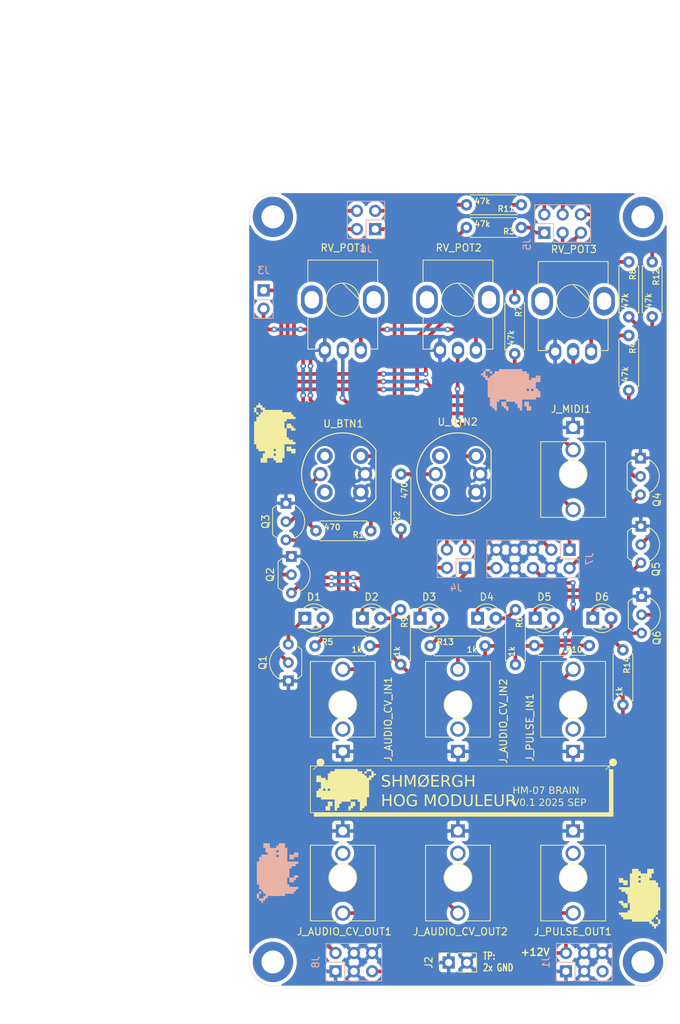
<source format=kicad_pcb>
(kicad_pcb (version 20241229) (generator "pcbnew") (generator_version "9.0")
  (layers (0 "F.Cu" signal) (2 "B.Cu" signal) (13 "F.Paste" user) (15 "B.Paste" user) (5 "F.SilkS" user "F.Silkscreen") (7 "B.SilkS" user "B.Silkscreen") (1 "F.Mask" user) (3 "B.Mask" user) (25 "Edge.Cuts" user))
  (net 0 "")
  (net 1 "Net-(D1-A)")
  (net 2 "+12V")
  (net 3 "GND")
  (net 4 "-12V")
  (net 5 "Net-(D1-K)")
  (net 6 "Net-(D2-K)")
  (net 7 "Net-(D2-A)")
  (net 8 "Net-(D3-K)")
  (net 9 "Net-(D3-A)")
  (net 10 "Net-(D4-A)")
  (net 11 "Net-(D4-K)")
  (net 12 "Net-(D5-A)")
  (net 13 "Net-(D5-K)")
  (net 14 "Net-(D6-K)")
  (net 15 "Net-(D6-A)")
  (net 16 "+3.3V")
  (net 17 "BTN_1")
  (net 18 "BTN_LED_2")
  (net 19 "BTN_2")
  (net 20 "BTN_LED_1")
  (net 21 "LED_3")
  (net 22 "LED_2")
  (net 23 "LED_5")
  (net 24 "LED_4")
  (net 25 "LED_1")
  (net 26 "LED_6")
  (net 27 "MIDI_5T")
  (net 28 "PULSE_IN")
  (net 29 "PULSE_OUT")
  (net 30 "MIDI_4R")
  (net 31 "AUDIO_CV_IN_1")
  (net 32 "AUDIO_CV_IN_2")
  (net 33 "POT_1")
  (net 34 "POT_2")
  (net 35 "POT_3")
  (net 36 "AUDIO_CV_OUT_2")
  (net 37 "AUDIO_CV_OUT_1")
  (net 44 "Net-(Q1-B)")
  (net 45 "Net-(Q2-B)")
  (net 46 "Net-(Q3-B)")
  (net 47 "Net-(Q4-B)")
  (net 48 "Net-(Q5-B)")
  (net 49 "Net-(Q6-B)")
  (net 50 "Net-(R1-Pad2)")
  (net 51 "Net-(R2-Pad2)")
  (footprint "Shmoergh_Custom_Footprints:R_Axial_DIN0207_L6.3mm_D2.5mm_P7.62mm_Horizontal" (layer "F.Cu") (at 176.7304 53.5504 -90)
    (property "Reference" "R8")
    (property "Value" "47k")
  )
  (footprint "Shmoergh_Custom_Footprints:R_Axial_DIN0207_L6.3mm_D2.5mm_P7.62mm_Horizontal" (layer "F.Cu") (at 161.7952 48.7752 180)
    (property "Reference" "R3")
    (property "Value" "47k")
  )
  (footprint "Shmoergh_Custom_Footprints:Potentiometer_Bourns_Single-PTV09A" (layer "F.Cu") (at 169 59)
    (property "Reference" "RV_POT3")
    (property "Value" "100k")
  )
  (footprint "Shmoergh_Custom_Footprints:R_Axial_DIN0207_L6.3mm_D2.5mm_P7.62mm_Horizontal" (layer "F.Cu") (at 160.9824 101.8104 -90)
    (property "Reference" "R6")
    (property "Value" "1k")
  )
  (footprint "Package_TO_SOT_THT:TO-92_Inline_Wide" (layer "F.Cu") (at 129.44 111.691 90)
    (property "Reference" "Q1")
    (property "Value" "2N3904")
  )
  (footprint "Shmoergh_Custom_Footprints:R_Axial_DIN0207_L6.3mm_D2.5mm_P7.62mm_Horizontal" (layer "F.Cu") (at 171.244 106.7888 180)
    (property "Reference" "R10")
    (property "Value" "1k" (hide yes))
  )
  (footprint "Shmoergh_Custom_Footprints:R_Axial_DIN0207_L6.3mm_D2.5mm_P7.62mm_Horizontal" (layer "F.Cu") (at 140.891 90.863 180)
    (property "Reference" "R1")
    (property "Value" "470")
  )
  (footprint "Package_TO_SOT_THT:TO-92_Inline_Wide" (layer "F.Cu") (at 129.863 94.419 -90)
    (property "Reference" "Q2")
    (property "Value" "2N3904")
  )
  (footprint "Shmoergh_Custom_Footprints:R_Axial_DIN0207_L6.3mm_D2.5mm_P7.62mm_Horizontal" (layer "F.Cu") (at 145.0312 101.8104 -90)
    (property "Reference" "R9")
    (property "Value" "1k")
  )
  (footprint "Shmoergh_Custom_Footprints:R_Axial_DIN0207_L6.3mm_D2.5mm_P7.62mm_Horizontal" (layer "F.Cu") (at 176.7304 63.7612 -90)
    (property "Reference" "R4")
    (property "Value" "47k")
  )
  (footprint "Shmoergh_Custom_Footprints:Jack_3.5mm_QingPu_WQP-PJ398SM_Vertical_CircularHoles" (layer "F.Cu") (at 169 115 180)
    (property "Reference" "J_PULSE_IN1")
    (property "Value" "PJ398SM")
  )
  (footprint "Shmoergh_Custom_Footprints:Jack_3.5mm_QingPu_WQP-PJ398SM_Vertical_CircularHoles" (layer "F.Cu") (at 153 139)
    (property "Reference" "J_AUDIO_CV_OUT2")
    (property "Value" "PJ398SM")
  )
  (footprint "Shmoergh_Custom_Footprints:R_Axial_DIN0207_L6.3mm_D2.5mm_P7.62mm_Horizontal" (layer "F.Cu") (at 149.146 106.8396)
    (property "Reference" "R13")
    (property "Value" "1k")
  )
  (footprint "Shmoergh_Logo:Gyeszno" (layer "F.Cu") (at 127.556 77.274 90)
    (property "Reference" "G***" (hide yes))
    (property "Value" "LOGO" (hide yes))
  )
  (footprint "Shmoergh_Custom_Footprints:Jack_3.5mm_QingPu_WQP-PJ398SM_Vertical_CircularHoles" (layer "F.Cu") (at 137 115 180)
    (property "Reference" "J_AUDIO_CV_IN1")
    (property "Value" "PJ398SM")
  )
  (footprint "Shmoergh_Custom_Footprints:R_Axial_DIN0207_L6.3mm_D2.5mm_P7.62mm_Horizontal" (layer "F.Cu") (at 160.8808 58.6812 -90)
    (property "Reference" "R7")
    (property "Value" "47k")
  )
  (footprint "Shmoergh_Custom_Footprints:R_Axial_DIN0207_L6.3mm_D2.5mm_P7.62mm_Horizontal" (layer "F.Cu") (at 133.144 106.8396)
    (property "Reference" "R5")
    (property "Value" "1k")
  )
  (footprint "Shmoergh_Logo:Gyeszno" (layer "F.Cu") (at 137.462 126.804)
    (property "Reference" "G***" (hide yes))
    (property "Value" "LOGO" (hide yes))
  )
  (footprint "Shmoergh_Custom_Footprints:Jack_3.5mm_QingPu_WQP-PJ398SM_Vertical_CircularHoles" (layer "F.Cu") (at 169 83)
    (property "Reference" "J_MIDI1")
    (property "Value" "PJ398SM-STEREO")
  )
  (footprint "MountingHole:MountingHole_3.2mm_M3_DIN965_Pad" (layer "F.Cu") (at 178.7 47.3)
    (property "Reference" "H2")
    (property "Value" "MountingHole")
  )
  (footprint "Shmoergh_Logo:Gyeszno" (layer "F.Cu") (at 178.229 141.917 -90)
    (property "Reference" "G***" (hide yes))
    (property "Value" "LOGO" (hide yes))
  )
  (footprint "LED_THT:LED_D3.0mm" (layer "F.Cu") (at 139.73 103)
    (property "Reference" "D2")
    (property "Value" "LED")
  )
  (footprint "MountingHole:MountingHole_3.2mm_M3_DIN965_Pad" (layer "F.Cu") (at 178.7 150.7)
    (property "Reference" "H3")
    (property "Value" "MountingHole")
  )
  (footprint "Shmoergh_Custom_Footprints:Jack_3.5mm_QingPu_WQP-PJ398SM_Vertical_CircularHoles" (layer "F.Cu") (at 153 115 180)
    (property "Reference" "J_AUDIO_CV_IN2")
    (property "Value" "PJ398SM")
  )
  (footprint "LED_THT:LED_D3.0mm" (layer "F.Cu") (at 171.73 103)
    (property "Reference" "D6")
    (property "Value" "LED")
  )
  (footprint "Shmoergh_Custom_Footprints:R_Axial_DIN0207_L6.3mm_D2.5mm_P7.62mm_Horizontal" (layer "F.Cu") (at 175.9176 107.3984 -90)
    (property "Reference" "R14")
    (property "Value" "1k")
  )
  (footprint "MountingHole:MountingHole_3.2mm_M3_DIN965_Pad" (layer "F.Cu") (at 127.3 47.3)
    (property "Reference" "H1")
    (property "Value" "MountingHole")
  )
  (footprint "Shmoergh_Custom_Footprints:Potentiometer_Bourns_Single-PTV09A" (layer "F.Cu") (at 137 58.796)
    (property "Reference" "RV_POT1")
    (property "Value" "100k")
  )
  (footprint "MountingHole:MountingHole_3.2mm_M3_DIN965_Pad" (layer "F.Cu") (at 127.3 150.7)
    (property "Reference" "H4")
    (property "Value" "MountingHole")
  )
  (footprint "Package_TO_SOT_THT:TO-92_Inline_Wide" (layer "F.Cu") (at 129.101 87.053 -90)
    (property "Reference" "Q3")
    (property "Value" "2N3904")
  )
  (footprint "Package_TO_SOT_THT:TO-92_Inline_Wide" (layer "F.Cu") (at 178.356 80.7792 -90)
    (property "Reference" "Q4")
    (property "Value" "2N3904")
  )
  (footprint "Shmoergh_Custom_Footprints:SPST_Circular_Pushbutton_LED" (layer "F.Cu") (at 153 83)
    (property "Reference" "U_BTN2")
    (property "Value" "SW_SPST_Push_LED")
  )
  (footprint "Package_TO_SOT_THT:TO-92_Inline_Wide" (layer "F.Cu") (at 178.4068 90.228 -90)
    (property "Reference" "Q5")
    (property "Value" "2N3904")
  )
  (footprint "Shmoergh_Custom_Footprints:SPST_Circular_Pushbutton_LED" (layer "F.Cu") (at 137 83)
    (property "Reference" "U_BTN1")
    (property "Value" "SW_SPST_Push_LED")
  )
  (footprint "Shmoergh_Custom_Footprints:R_Axial_DIN0207_L6.3mm_D2.5mm_P7.62mm_Horizontal" (layer "F.Cu") (at 161.7952 45.6256 180)
    (property "Reference" "R11")
    (property "Value" "47k")
  )
  (footprint "LED_THT:LED_D3.0mm" (layer "F.Cu") (at 155.73 103)
    (property "Reference" "D4")
    (property "Value" "LED")
  )
  (footprint "Shmoergh_Custom_Footprints:Potentiometer_Bourns_Single-PTV09A" (layer "F.Cu") (at 153 58.796)
    (property "Reference" "RV_POT2")
    (property "Value" "100k")
  )
  (footprint "LED_THT:LED_D3.0mm" (layer "F.Cu") (at 163.73 103)
    (property "Reference" "D5")
    (property "Value" "LED")
  )
  (footprint "Package_TO_SOT_THT:TO-92_Inline_Wide" (layer "F.Cu") (at 178.5084 99.9816 -90)
    (property "Reference" "Q6")
    (property "Value" "2N3904")
  )
  (footprint "LED_THT:LED_D3.0mm" (layer "F.Cu") (at 131.73 103)
    (property "Reference" "D1")
    (property "Value" "LED")
  )
  (footprint "Connector_PinSocket_2.54mm:PinSocket_1x02_P2.54mm_Vertical" (layer "F.Cu") (at 151.706 150.782 90)
    (property "Reference" "J2")
    (property "Value" "Conn_01x02")
  )
  (footprint "Shmoergh_Custom_Footprints:R_Axial_DIN0207_L6.3mm_D2.5mm_P7.62mm_Horizontal" (layer "F.Cu") (at 179.9816 53.5504 -90)
    (property "Reference" "R12")
    (property "Value" "47k")
  )
  (footprint "Shmoergh_Custom_Footprints:Jack_3.5mm_QingPu_WQP-PJ398SM_Vertical_CircularHoles" (layer "F.Cu") (at 137 139)
    (property "Reference" "J_AUDIO_CV_OUT1")
    (property "Value" "PJ398SM")
  )
  (footprint "LED_THT:LED_D3.0mm" (layer "F.Cu") (at 147.73 103)
    (property "Reference" "D3")
    (property "Value" "LED")
  )
  (footprint "Shmoergh_Custom_Footprints:Jack_3.5mm_QingPu_WQP-PJ398SM_Vertical_CircularHoles" (layer "F.Cu") (at 169 139)
    (property "Reference" "J_PULSE_OUT1")
    (property "Value" "PJ398SM")
  )
  (footprint "Shmoergh_Custom_Footprints:R_Axial_DIN0207_L6.3mm_D2.5mm_P7.62mm_Horizontal" (layer "F.Cu") (at 145.082 90.609 90)
    (property "Reference" "R2")
    (property "Value" "470")
  )
  (footprint "Connector_PinSocket_2.54mm:PinSocket_2x03_P2.54mm_Vertical" (layer "B.Cu") (at 168 152 -90)
    (property "Reference" "J1")
    (property "Value" "Conn_02x03_Odd_Even")
  )
  (footprint "Connector_PinSocket_2.54mm:PinSocket_2x03_P2.54mm_Vertical" (layer "B.Cu") (at 136 152 -90)
    (property "Reference" "J8")
    (property "Value" "Conn_02x03_Odd_Even")
  )
  (footprint "Shmoergh_Logo:Gyeszno" (layer "B.Cu") (at 127.937 138.361 -90)
    (property "Reference" "G***" (hide yes))
    (property "Value" "LOGO" (hide yes))
  )
  (footprint "Shmoergh_Logo:Gyeszno" (layer "B.Cu") (at 160.322 71.305 180)
    (property "Reference" "G***" (hide yes))
    (property "Value" "LOGO" (hide yes))
  )
  (footprint "Connector_PinSocket_2.54mm:PinSocket_2x02_P2.54mm_Vertical" (layer "B.Cu") (at 141.5 49)
    (property "Reference" "J6")
    (property "Value" "Conn_02x02_Odd_Even")
  )
  (footprint "Connector_PinSocket_2.54mm:PinSocket_2x02_P2.54mm_Vertical" (layer "B.Cu") (at 154 96)
    (property "Reference" "J4")
    (property "Value" "Conn_02x02_Odd_Even")
  )
  (footprint "Connector_PinSocket_2.54mm:PinSocket_2x03_P2.54mm_Vertical" (layer "B.Cu") (at 165 49.5 -90)
    (property "Reference" "J5")
    (property "Value" "Conn_02x03_Odd_Even")
  )
  (footprint "Connector_PinSocket_2.54mm:PinSocket_1x02_P2.54mm_Vertical" (layer "B.Cu") (at 126 57.5 180)
    (property "Reference" "J3")
    (property "Value" "Conn_01x02")
  )
  (footprint "Connector_PinSocket_2.54mm:PinSocket_2x05_P2.54mm_Vertical" (layer "B.Cu") (at 168.5 93.5 90)
    (property "Reference" "J7")
    (property "Value" "Conn_02x05_Odd_Even")
  )
  (gr_line (start 132.898 124.002) (end 133.898 123.002) (stroke (width 0.1)) (layer "F.SilkS"))
  (gr_rect (start 174.0465 124.01) (end 174.5375 130.483) (stroke (width 0.1)) (fill yes) (layer "F.SilkS"))
  (gr_line (start 173.538 124.002) (end 174.538 123.002) (stroke (width 0.1)) (layer "F.SilkS"))
  (gr_circle (center 133.898 123.002) (end 134.398 123.002) (stroke (width 0.1)) (fill yes) (layer "F.SilkS"))
  (gr_rect (start 133.038 129.983) (end 174.525 130.483) (stroke (width 0.1)) (fill yes) (layer "F.SilkS"))
  (gr_rect (start 132.509 123.502) (end 174.038 129.979) (stroke (width 0.1)) (fill no) (layer "F.SilkS"))
  (gr_circle (center 174.538 123.002) (end 175.038 123.002) (stroke (width 0.1)) (fill yes) (layer "F.SilkS"))
  (gr_line (start 178.7 154) (end 127.3 154) (stroke (width 0.05)) (layer "Edge.Cuts"))
  (gr_arc (start 182 150.7) (mid 181.033452 153.033452) (end 178.7 154) (stroke (width 0.05)) (layer "Edge.Cuts"))
  (gr_line (start 182 47.3) (end 182 150.7) (stroke (width 0.05)) (layer "Edge.Cuts"))
  (gr_line (start 127.3 44) (end 178.7 44) (stroke (width 0.05)) (layer "Edge.Cuts"))
  (gr_arc (start 178.7 44.001999) (mid 181.032746 44.96784) (end 182 47.3) (stroke (width 0.05)) (layer "Edge.Cuts"))
  (gr_line (start 124 150.7) (end 124 47.3) (stroke (width 0.05)) (layer "Edge.Cuts"))
  (gr_arc (start 124 47.3) (mid 124.966548 44.966548) (end 127.3 44) (stroke (width 0.05)) (layer "Edge.Cuts"))
  (gr_arc (start 127.3 154) (mid 124.966548 153.033452) (end 124 150.7) (stroke (width 0.05)) (layer "Edge.Cuts"))
  (gr_text "SHMØERGH \nHOG MODULEUR" (at 142.288 129.344 0) (layer "F.SilkS") (effects (font (size 1.6 1.6) (thickness 0.1)) (justify left bottom)))
  (gr_text "TP:\n2x GND" (at 156.385 152.077 0) (layer "F.SilkS") (effects (font (size 1 0.75) (thickness 0.17) (bold yes)) (justify left bottom)))
  (gr_text "+12V" (at 161.592 149.918 0) (layer "F.SilkS") (effects (font (size 1 1) (thickness 0.2) (bold yes)) (justify left bottom)))
  (gr_text "HM-07 BRAIN\nV0.1 2025 SEP" (at 160.576 129.217 0) (layer "F.SilkS") (effects (font (size 1 1) (thickness 0.1)) (justify left bottom)))
  (segment (start 134.27 103) (end 134.27 105.7136) (width 0.508) (layer "F.Cu") (net 1))
  (segment (start 134.27 105.7136) (end 133.144 106.8396) (width 0.508) (layer "F.Cu") (net 1))
  (segment (start 125.0795 127.2485) (end 128.318 130.487) (width 0.508) (layer "F.Cu") (net 2))
  (segment (start 142.4404 106.8396) (end 145.0312 109.4304) (width 0.508) (layer "F.Cu") (net 2))
  (segment (start 160.9824 106.8904) (end 160.9316 106.8396) (width 0.508) (layer "F.Cu") (net 2))
  (segment (start 168 147.2184) (end 168.8564 146.362) (width 0.508) (layer "F.Cu") (net 2))
  (segment (start 127.467 57.5) (end 128.445 58.478) (width 0.508) (layer "F.Cu") (net 2))
  (segment (start 154.7848 112.1228) (end 156.766 110.1416) (width 0.508) (layer "F.Cu") (net 2))
  (segment (start 128.318 130.487) (end 156.258 130.487) (width 0.508) (layer "F.Cu") (net 2))
  (segment (start 163.624 106.7888) (end 168.7548 106.7888) (width 0.508) (layer "F.Cu") (net 2))
  (segment (start 157.655 131.884) (end 157.655 144.711) (width 0.508) (layer "F.Cu") (net 2))
  (segment (start 128.445 58.478) (end 128.445 64.447) (width 0.508) (layer "F.Cu") (net 2))
  (segment (start 157.655 144.711) (end 162.404 149.46) (width 0.508) (layer "F.Cu") (net 2))
  (segment (start 162.404 149.46) (end 168 149.46) (width 0.508) (layer "F.Cu") (net 2))
  (segment (start 168.8564 146.362) (end 175.1048 146.362) (width 0.508) (layer "F.Cu") (net 2))
  (segment (start 156.766 110.1416) (end 156.766 106.8396) (width 0.508) (layer "F.Cu") (net 2))
  (segment (start 145.0312 109.4304) (end 147.7236 112.1228) (width 0.508) (layer "F.Cu") (net 2))
  (segment (start 147.7236 112.1228) (end 154.7848 112.1228) (width 0.508) (layer "F.Cu") (net 2))
  (segment (start 160.9824 109.4304) (end 160.9824 106.8904) (width 0.508) (layer "F.Cu") (net 2))
  (segment (start 175.9176 113.9516) (end 175.9176 115.0184) (width 0.508) (layer "F.Cu") (net 2))
  (segment (start 168 149.46) (end 168 147.2184) (width 0.508) (layer "F.Cu") (net 2))
  (segment (start 160.9316 106.8396) (end 163.5732 106.8396) (width 0.508) (layer "F.Cu") (net 2))
  (segment (start 163.5732 106.8396) (end 163.624 106.7888) (width 0.508) (layer "F.Cu") (net 2))
  (segment (start 128.445 64.447) (end 125.0795 67.8125) (width 0.508) (layer "F.Cu") (net 2))
  (segment (start 175.1048 146.362) (end 175.9176 145.5492) (width 0.508) (layer "F.Cu") (net 2))
  (segment (start 175.9176 145.5492) (end 175.9176 115.0184) (width 0.508) (layer "F.Cu") (net 2))
  (segment (start 126 57.5) (end 127.467 57.5) (width 0.508) (layer "F.Cu") (net 2))
  (segment (start 156.766 106.8396) (end 160.9316 106.8396) (width 0.508) (layer "F.Cu") (net 2))
  (segment (start 125.0795 67.8125) (end 125.0795 127.2485) (width 0.508) (layer "F.Cu") (net 2))
  (segment (start 156.258 130.487) (end 157.655 131.884) (width 0.508) (layer "F.Cu") (net 2))
  (segment (start 140.764 106.8396) (end 142.4404 106.8396) (width 0.508) (layer "F.Cu") (net 2))
  (segment (start 168.7548 106.7888) (end 175.9176 113.9516) (width 0.508) (layer "F.Cu") (net 2))
  (segment (start 129.44 106.611) (end 129.44 105.29) (width 0.508) (layer "F.Cu") (net 5))
  (segment (start 129.44 105.29) (end 131.73 103) (width 0.508) (layer "F.Cu") (net 5))
  (segment (start 138.478 98.356) (end 139.73 99.608) (width 0.508) (layer "F.Cu") (net 6))
  (segment (start 129.863 99.499) (end 131.006 98.356) (width 0.508) (layer "F.Cu") (net 6))
  (segment (start 131.006 98.356) (end 135.43 98.356) (width 0.508) (layer "F.Cu") (net 6))
  (segment (start 139.73 99.608) (end 139.73 103) (width 0.508) (layer "F.Cu") (net 6))
  (via (at 138.478 98.356) (size 0.8) (drill 0.4) (layers "F.Cu" "B.Cu") (net 6))
  (via (at 135.43 98.356) (size 0.8) (drill 0.4) (layers "F.Cu" "B.Cu") (net 6))
  (segment (start 135.43 98.356) (end 138.478 98.356) (width 0.508) (layer "B.Cu") (net 6))
  (segment (start 142.27 103) (end 143.8416 103) (width 0.508) (layer "F.Cu") (net 7))
  (segment (start 143.8416 103) (end 145.0312 101.8104) (width 0.508) (layer "F.Cu") (net 7))
  (segment (start 138.5796 97.4416) (end 138.478 97.34) (width 0.508) (layer "F.Cu") (net 8))
  (segment (start 147.73 100.6484) (end 147.73 103) (width 0.508) (layer "F.Cu") (net 8))
  (segment (start 144.5232 97.4416) (end 138.5796 97.4416) (width 0.508) (layer "F.Cu") (net 8))
  (segment (start 129.101 92.133) (end 130.604 92.133) (width 0.508) (layer "F.Cu") (net 8))
  (segment (start 144.5232 97.4416) (end 147.73 100.6484) (width 0.508) (layer "F.Cu") (net 8))
  (segment (start 132.382 93.911) (end 132.382 96.324) (width 0.508) (layer "F.Cu") (net 8))
  (segment (start 132.382 96.324) (end 133.398 97.34) (width 0.508) (layer "F.Cu") (net 8))
  (segment (start 133.398 97.34) (end 135.43 97.34) (width 0.508) (layer "F.Cu") (net 8))
  (segment (start 130.604 92.133) (end 132.382 93.911) (width 0.508) (layer "F.Cu") (net 8))
  (via (at 135.43 97.34) (size 0.8) (drill 0.4) (layers "F.Cu" "B.Cu") (net 8))
  (via (at 138.478 97.34) (size 0.8) (drill 0.4) (layers "F.Cu" "B.Cu") (net 8))
  (segment (start 138.478 97.34) (end 135.43 97.34) (width 0.508) (layer "B.Cu") (net 8))
  (segment (start 150.27 103) (end 150.27 105.7156) (width 0.508) (layer "F.Cu") (net 9))
  (segment (start 150.27 105.7156) (end 149.146 106.8396) (width 0.508) (layer "F.Cu") (net 9))
  (segment (start 158.27 103) (end 159.7928 103) (width 0.508) (layer "F.Cu") (net 10))
  (segment (start 159.7928 103) (end 160.9824 101.8104) (width 0.508) (layer "F.Cu") (net 10))
  (segment (start 158.29 99.118) (end 172.5648 99.118) (width 0.508) (layer "F.Cu") (net 11))
  (segment (start 175.7652 88.45) (end 178.356 85.8592) (width 0.508) (layer "F.Cu") (net 11))
  (segment (start 172.5648 99.118) (end 175.7652 95.9176) (width 0.508) (layer "F.Cu") (net 11))
  (segment (start 155.73 101.678) (end 158.29 99.118) (width 0.508) (layer "F.Cu") (net 11))
  (segment (start 175.7652 95.9176) (end 175.7652 88.45) (width 0.508) (layer "F.Cu") (net 11))
  (segment (start 155.73 103) (end 155.73 101.678) (width 0.508) (layer "F.Cu") (net 11))
  (segment (start 169.757478 106.7888) (end 171.244 106.7888) (width 0.508) (layer "F.Cu") (net 12))
  (segment (start 166.8266 106.0798) (end 169.048478 106.0798) (width 0.508) (layer "F.Cu") (net 12))
  (segment (start 166.27 103) (end 166.27 105.5232) (width 0.508) (layer "F.Cu") (net 12))
  (segment (start 166.27 105.5232) (end 166.8266 106.0798) (width 0.508) (layer "F.Cu") (net 12))
  (segment (start 169.048478 106.0798) (end 169.757478 106.7888) (width 0.508) (layer "F.Cu") (net 12))
  (segment (start 173.6824 100.0324) (end 178.4068 95.308) (width 0.508) (layer "F.Cu") (net 13))
  (segment (start 163.73 103) (end 163.73 101.806) (width 0.508) (layer "F.Cu") (net 13))
  (segment (start 165.5036 100.0324) (end 173.6824 100.0324) (width 0.508) (layer "F.Cu") (net 13))
  (segment (start 163.73 101.806) (end 165.5036 100.0324) (width 0.508) (layer "F.Cu") (net 13))
  (segment (start 177.2384 105.0616) (end 178.5084 105.0616) (width 0.508) (layer "F.Cu") (net 14))
  (segment (start 176.2732 104.0964) (end 177.2384 105.0616) (width 0.508) (layer "F.Cu") (net 14))
  (segment (start 175.6128 101.2008) (end 176.2732 101.8612) (width 0.508) (layer "F.Cu") (net 14))
  (segment (start 171.73 102.0356) (end 172.5648 101.2008) (width 0.508) (layer "F.Cu") (net 14))
  (segment (start 176.2732 101.8612) (end 176.2732 104.0964) (width 0.508) (layer "F.Cu") (net 14))
  (segment (start 172.5648 101.2008) (end 175.6128 101.2008) (width 0.508) (layer "F.Cu") (net 14))
  (segment (start 171.73 103) (end 171.73 102.0356) (width 0.508) (layer "F.Cu") (net 14))
  (segment (start 174.27 105.7508) (end 175.9176 107.3984) (width 0.508) (layer "F.Cu") (net 15))
  (segment (start 174.27 103) (end 174.27 105.7508) (width 0.508) (layer "F.Cu") (net 15))
  (segment (start 138.859 62.923) (end 143.177 62.923) (width 0.508) (layer "F.Cu") (net 16))
  (segment (start 155.5 62.927) (end 155.496 62.923) (width 0.508) (layer "F.Cu") (net 16))
  (segment (start 139.5 62.923) (end 139.5 65.796) (width 0.508) (layer "F.Cu") (net 16))
  (segment (start 126.667 62.923) (end 126 62.256) (width 0.508) (layer "F.Cu") (net 16))
  (segment (start 155.496 62.923) (end 170.101 62.923) (width 0.508) (layer "F.Cu") (net 16))
  (segment (start 155.5 65.796) (end 155.5 62.927) (width 0.508) (layer "F.Cu") (net 16))
  (segment (start 170.101 62.923) (end 171.5 64.322) (width 0.508) (layer "F.Cu") (net 16))
  (segment (start 171.5 64.322) (end 171.5 66) (width 0.508) (layer "F.Cu") (net 16))
  (segment (start 131.112 62.923) (end 138.859 62.923) (width 0.508) (layer "F.Cu") (net 16))
  (segment (start 151.559 62.923) (end 155.496 62.923) (width 0.508) (layer "F.Cu") (net 16))
  (segment (start 127.464 62.923) (end 126.667 62.923) (width 0.508) (layer "F.Cu") (net 16))
  (segment (start 126 62.256) (end 126 60.04) (width 0.508) (layer "F.Cu") (net 16))
  (via (at 127.464 62.923) (size 0.8) (drill 0.4) (layers "F.Cu" "B.Cu") (net 16))
  (via (at 143.177 62.923) (size 0.8) (drill 0.4) (layers "F.Cu" "B.Cu") (net 16))
  (via (at 131.112 62.923) (size 0.8) (drill 0.4) (layers "F.Cu" "B.Cu") (net 16))
  (via (at 151.559 62.923) (size 0.8) (drill 0.4) (layers "F.Cu" "B.Cu") (net 16))
  (segment (start 143.177 62.923) (end 151.559 62.923) (width 0.508) (layer "B.Cu") (net 16))
  (segment (start 127.464 62.923) (end 131.112 62.923) (width 0.508) (layer "B.Cu") (net 16))
  (segment (start 139.5 80.5) (end 140.942 80.5) (width 0.508) (layer "F.Cu") (net 17))
  (segment (start 142.161 81.719) (end 142.161 86.672) (width 0.508) (layer "F.Cu") (net 17))
  (segment (start 147.368 97.594) (end 143.05 93.276) (width 0.508) (layer "F.Cu") (net 17))
  (segment (start 138.986 91.879) (end 140.383 93.276) (width 0.508) (layer "F.Cu") (net 17))
  (segment (start 142.161 86.672) (end 138.986 89.847) (width 0.508) (layer "F.Cu") (net 17))
  (segment (start 154 96) (end 154 96.8548) (width 0.508) (layer "F.Cu") (net 17))
  (segment (start 153.2608 97.594) (end 147.368 97.594) (width 0.508) (layer "F.Cu") (net 17))
  (segment (start 154 96.8548) (end 153.2608 97.594) (width 0.508) (layer "F.Cu") (net 17))
  (segment (start 140.942 80.5) (end 142.161 81.719) (width 0.508) (layer "F.Cu") (net 17))
  (segment (start 138.986 89.847) (end 138.986 91.879) (width 0.508) (layer "F.Cu") (net 17))
  (segment (start 143.05 93.276) (end 140.383 93.276) (width 0.508) (layer "F.Cu") (net 17))
  (segment (start 147.044 96) (end 151.46 96) (width 0.508) (layer "F.Cu") (net 18))
  (segment (start 145.082 94.038) (end 147.044 96) (width 0.508) (layer "F.Cu") (net 18))
  (segment (start 145.082 90.609) (end 145.082 94.038) (width 0.508) (layer "F.Cu") (net 18))
  (segment (start 152.956 81.338) (end 153.794 80.5) (width 0.508) (layer "F.Cu") (net 19))
  (segment (start 154 93.46) (end 153.972 93.432) (width 0.508) (layer "F.Cu") (net 19))
  (segment (start 152.956 87.053) (end 152.956 81.338) (width 0.508) (layer "F.Cu") (net 19))
  (segment (start 153.972 88.069) (end 152.956 87.053) (width 0.508) (layer "F.Cu") (net 19))
  (segment (start 153.972 93.432) (end 153.972 88.069) (width 0.508) (layer "F.Cu") (net 19))
  (segment (start 153.794 80.5) (end 155.5 80.5) (width 0.508) (layer "F.Cu") (net 19))
  (segment (start 142.034 88.45) (end 140.891 89.593) (width 0.508) (layer "F.Cu") (net 20))
  (segment (start 151.46 90.129) (end 149.781 88.45) (width 0.508) (layer "F.Cu") (net 20))
  (segment (start 151.46 93.46) (end 151.46 90.129) (width 0.508) (layer "F.Cu") (net 20))
  (segment (start 140.891 89.593) (end 140.891 90.863) (width 0.508) (layer "F.Cu") (net 20))
  (segment (start 149.781 88.45) (end 142.034 88.45) (width 0.508) (layer "F.Cu") (net 20))
  (segment (start 154.0736 54.6172) (end 157.8328 50.858) (width 0.508) (layer "F.Cu") (net 21))
  (segment (start 169.212 53.652) (end 168.2468 54.6172) (width 0.508) (layer "F.Cu") (net 21))
  (segment (start 159.56 45.6256) (end 161.7952 45.6256) (width 0.508) (layer "F.Cu") (net 21))
  (segment (start 170.08 49.5) (end 169.212 50.368) (width 0.508) (layer "F.Cu") (net 21))
  (segment (start 168.2468 60.8656) (end 167.2054 61.907) (width 0.508) (layer "F.Cu") (net 21))
  (segment (start 159.3568 45.8288) (end 159.4584 45.8288) (width 0.508) (layer "F.Cu") (net 21))
  (segment (start 154.9626 61.907) (end 154.0736 61.018) (width 0.508) (layer "F.Cu") (net 21))
  (segment (start 159.4076 45.778) (end 159.56 45.6256) (width 0.508) (layer "F.Cu") (net 21))
  (segment (start 157.8328 47.3528) (end 159.3568 45.8288) (width 0.508) (layer "F.Cu") (net 21))
  (segment (start 168.2468 54.6172) (end 168.2468 60.8656) (width 0.508) (layer "F.Cu") (net 21))
  (segment (start 167.2054 61.907) (end 154.9626 61.907) (width 0.508) (layer "F.Cu") (net 21))
  (segment (start 159.4584 45.8288) (end 159.4076 45.778) (width 0.508) (layer "F.Cu") (net 21))
  (segment (start 157.8328 50.858) (end 157.8328 47.3528) (width 0.508) (layer "F.Cu") (net 21))
  (segment (start 169.212 50.368) (end 169.212 53.652) (width 0.508) (layer "F.Cu") (net 21))
  (segment (start 154.0736 61.018) (end 154.0736 54.6172) (width 0.508) (layer "F.Cu") (net 21))
  (segment (start 166.7228 51.6708) (end 167.54 50.8536) (width 0.508) (layer "F.Cu") (net 22))
  (segment (start 162.1508 51.6708) (end 166.7228 51.6708) (width 0.508) (layer "F.Cu") (net 22))
  (segment (start 160.8808 58.6812) (end 160.8808 52.9408) (width 0.508) (layer "F.Cu") (net 22))
  (segment (start 160.8808 52.9408) (end 162.1508 51.6708) (width 0.508) (layer "F.Cu") (net 22))
  (segment (start 167.54 50.8536) (end 167.54 49.5) (width 0.508) (layer "F.Cu") (net 22))
  (segment (start 174.4952 53.5504) (end 176.7304 53.5504) (width 0.508) (layer "F.Cu") (net 23))
  (segment (start 167.54 45.8244) (end 167.942 45.4224) (width 0.508) (layer "F.Cu") (net 23))
  (segment (start 167.54 46.96) (end 167.54 45.8244) (width 0.508) (layer "F.Cu") (net 23))
  (segment (start 167.942 45.4224) (end 172.4632 45.4224) (width 0.508) (layer "F.Cu") (net 23))
  (segment (start 172.4632 45.4224) (end 173.4284 46.3876) (width 0.508) (layer "F.Cu") (net 23))
  (segment (start 173.4284 46.3876) (end 173.4284 52.4836) (width 0.508) (layer "F.Cu") (net 23))
  (segment (start 173.4284 52.4836) (end 174.4952 53.5504) (width 0.508) (layer "F.Cu") (net 23))
  (segment (start 171.9552 54.9728) (end 170.228 56.7) (width 0.508) (layer "F.Cu") (net 24))
  (segment (start 170.228 60.764) (end 173.2252 63.7612) (width 0.508) (layer "F.Cu") (net 24))
  (segment (start 171.9552 47.5052) (end 171.9552 54.9728) (width 0.508) (layer "F.Cu") (net 24))
  (segment (start 170.228 56.7) (end 170.228 60.764) (width 0.508) (layer "F.Cu") (net 24))
  (segment (start 173.2252 63.7612) (end 176.7304 63.7612) (width 0.508) (layer "F.Cu") (net 24))
  (segment (start 171.41 46.96) (end 171.9552 47.5052) (width 0.508) (layer "F.Cu") (net 24))
  (segment (start 170.08 46.96) (end 171.41 46.96) (width 0.508) (layer "F.Cu") (net 24))
  (segment (start 163.0144 48.7752) (end 163.7256 49.4864) (width 0.508) (layer "F.Cu") (net 25))
  (segment (start 163.7256 49.4864) (end 164.9864 49.4864) (width 0.508) (layer "F.Cu") (net 25))
  (segment (start 161.7952 48.7752) (end 163.0144 48.7752) (width 0.508) (layer "F.Cu") (net 25))
  (segment (start 164.9864 49.4864) (end 165 49.5) (width 0.508) (layer "F.Cu") (net 25))
  (segment (start 165.8084 44.5588) (end 173.7332 44.5588) (width 0.508) (layer "F.Cu") (net 26))
  (segment (start 165 45.3672) (end 165.8084 44.5588) (width 0.508) (layer "F.Cu") (net 26))
  (segment (start 174.9524 49.6388) (end 176.3748 51.0612) (width 0.508) (layer "F.Cu") (net 26))
  (segment (start 165 46.96) (end 165 45.3672) (width 0.508) (layer "F.Cu") (net 26))
  (segment (start 179.9816 52.1788) (end 179.9816 53.5504) (width 0.508) (layer "F.Cu") (net 26))
  (segment (start 176.3748 51.0612) (end 178.864 51.0612) (width 0.508) (layer "F.Cu") (net 26))
  (segment (start 174.9524 45.778) (end 174.9524 49.6388) (width 0.508) (layer "F.Cu") (net 26))
  (segment (start 178.864 51.0612) (end 179.9816 52.1788) (width 0.508) (layer "F.Cu") (net 26))
  (segment (start 173.7332 44.5588) (end 174.9524 45.778) (width 0.508) (layer "F.Cu") (net 26))
  (segment (start 141.5 49) (end 143.732 49) (width 0.508) (layer "F.Cu") (net 27))
  (segment (start 145.4376 74.5816) (end 162.1508 74.5816) (width 0.508) (layer "F.Cu") (net 27))
  (segment (start 144.193 49.461) (end 144.193 73.337) (width 0.508) (layer "F.Cu") (net 27))
  (segment (start 165.402 77.8328) (end 165.402 84.322) (width 0.508) (layer "F.Cu") (net 27))
  (segment (start 162.1508 74.5816) (end 165.402 77.8328) (width 0.508) (layer "F.Cu") (net 27))
  (segment (start 165.402 84.322) (end 169 87.92) (width 0.508) (layer "F.Cu") (net 27))
  (segment (start 144.193 73.337) (end 145.4376 74.5816) (width 0.508) (layer "F.Cu") (net 27))
  (segment (start 143.732 49) (end 144.193 49.461) (width 0.508) (layer "F.Cu") (net 27))
  (segment (start 130.223 52.763) (end 130.223 63.939) (width 0.508) (layer "F.Cu") (net 28))
  (segment (start 133.986 49) (end 130.223 52.763) (width 0.508) (layer "F.Cu") (net 28))
  (segment (start 161.465 127.82) (end 164.9448 124.3402) (width 0.508) (layer "F.Cu") (net 28))
  (segment (start 130.223 63.939) (end 132.509 66.225) (width 0.508) (layer "F.Cu") (net 28))
  (segment (start 137.589 106.738) (end 131.9756 112.3514) (width 0.508) (layer "F.Cu") (net 28))
  (segment (start 133.144 127.82) (end 161.465 127.82) (width 0.508) (layer "F.Cu") (net 28))
  (segment (start 138.96 49) (end 133.986 49) (width 0.508) (layer "F.Cu") (net 28))
  (segment (start 131.9756 126.6516) (end 133.144 127.82) (width 0.508) (layer "F.Cu") (net 28))
  (segment (start 132.509 66.225) (end 132.509 68.003) (width 0.508) (layer "F.Cu") (net 28))
  (segment (start 132.493003 72.0828) (end 132.493003 72.686003) (width 0.508) (layer "F.Cu") (net 28))
  (segment (start 164.9448 124.3402) (end 164.9448 114.1352) (width 0.508) (layer "F.Cu") (net 28))
  (segment (start 164.9448 114.1352) (end 169 110.08) (width 0.508) (layer "F.Cu") (net 28))
  (segment (start 131.9756 112.3514) (end 131.9756 126.6516) (width 0.508) (layer "F.Cu") (net 28))
  (segment (start 137.589 77.782) (end 137.589 106.738) (width 0.508) (layer "F.Cu") (net 28))
  (segment (start 132.493003 72.686003) (end 137.589 77.782) (width 0.508) (layer "F.Cu") (net 28))
  (via (at 132.509 68.003) (size 0.8) (drill 0.4) (layers "F.Cu" "B.Cu") (net 28))
  (via (at 132.493003 72.0828) (size 0.8) (drill 0.4) (layers "F.Cu" "B.Cu") (net 28))
  (segment (start 132.493003 72.0828) (end 132.509 72.066803) (width 0.508) (layer "B.Cu") (net 28))
  (segment (start 132.509 72.066803) (end 132.509 68.003) (width 0.508) (layer "B.Cu") (net 28))
  (segment (start 131.493 72.0828) (end 131.493 73.21) (width 0.508) (layer "F.Cu") (net 29))
  (segment (start 136.446 106.357) (end 130.985 111.818) (width 0.508) (layer "F.Cu") (net 29))
  (segment (start 159.9664 130.5124) (end 159.9664 138.5388) (width 0.508) (layer "F.Cu") (net 29))
  (segment (start 131.493 68.003) (end 131.493 66.86) (width 0.508) (layer "F.Cu") (net 29))
  (segment (start 158.6456 129.1916) (end 159.9664 130.5124) (width 0.508) (layer "F.Cu") (net 29))
  (segment (start 159.9664 138.5388) (end 165.3476 143.92) (width 0.508) (layer "F.Cu") (net 29))
  (segment (start 165.3476 143.92) (end 169 143.92) (width 0.508) (layer "F.Cu") (net 29))
  (segment (start 136.446 78.163) (end 136.446 106.357) (width 0.508) (layer "F.Cu") (net 29))
  (segment (start 130.985 111.818) (end 130.985 127.1342) (width 0.508) (layer "F.Cu") (net 29))
  (segment (start 130.985 127.1342) (end 133.0424 129.1916) (width 0.508) (layer "F.Cu") (net 29))
  (segment (start 131.493 73.21) (end 136.446 78.163) (width 0.508) (layer "F.Cu") (net 29))
  (segment (start 133.0424 129.1916) (end 158.6456 129.1916) (width 0.508) (layer "F.Cu") (net 29))
  (segment (start 134.367 46.46) (end 138.96 46.46) (width 0.508) (layer "F.Cu") (net 29))
  (segment (start 129.334 64.701) (end 129.334 51.493) (width 0.508) (layer "F.Cu") (net 29))
  (segment (start 131.493 66.86) (end 129.334 64.701) (width 0.508) (layer "F.Cu") (net 29))
  (segment (start 129.334 51.493) (end 134.367 46.46) (width 0.508) (layer "F.Cu") (net 29))
  (via (at 131.493 72.0828) (size 0.8) (drill 0.4) (layers "F.Cu" "B.Cu") (net 29))
  (via (at 131.493 68.003) (size 0.8) (drill 0.4) (layers "F.Cu" "B.Cu") (net 29))
  (segment (start 131.493 68.003) (end 131.493 72.0828) (width 0.508) (layer "B.Cu") (net 29))
  (segment (start 144.0368 46.46) (end 141.5 46.46) (width 0.508) (layer "F.Cu") (net 30))
  (segment (start 146.3012 73.4132) (end 145.2344 72.3464) (width 0.508) (layer "F.Cu") (net 30))
  (segment (start 145.2344 47.6576) (end 144.0368 46.46) (width 0.508) (layer "F.Cu") (net 30))
  (segment (start 145.2344 72.3464) (end 145.2344 47.6576) (width 0.508) (layer "F.Cu") (net 30))
  (segment (start 162.8112 73.4132) (end 146.3012 73.4132) (width 0.508) (layer "F.Cu") (net 30))
  (segment (start 169 79.602) (end 162.8112 73.4132) (width 0.508) (layer "F.Cu") (net 30))
  (segment (start 169 79.62) (end 169 79.602) (width 0.508) (layer "F.Cu") (net 30))
  (segment (start 168.958 98.102) (end 165.482 98.102) (width 0.508) (layer "F.Cu") (net 31))
  (segment (start 140.1944 110.08) (end 137 110.08) (width 0.508) (layer "F.Cu") (net 31))
  (segment (start 158.3916 124.2132) (end 142.2372 124.2132) (width 0.508) (layer "F.Cu") (net 31))
  (segment (start 142.2372 124.2132) (end 141.018 122.994) (width 0.508) (layer "F.Cu") (net 31))
  (segment (start 162.3032 113.2912) (end 162.3032 120.3016) (width 0.508) (layer "F.Cu") (net 31))
  (segment (start 165.482 98.102) (end 163.42 96.04) (width 0.508) (layer "F.Cu") (net 31))
  (segment (start 141.018 122.994) (end 141.018 110.9036) (width 0.508) (layer "F.Cu") (net 31))
  (segment (start 162.3032 120.3016) (end 158.3916 124.2132) (width 0.508) (layer "F.Cu") (net 31))
  (segment (start 167.942 107.6524) (end 162.3032 113.2912) (width 0.508) (layer "F.Cu") (net 31))
  (segment (start 169.0088 104.159) (end 169.0088 101.0484) (width 0.508) (layer "F.Cu") (net 31))
  (segment (start 167.942 105.2258) (end 169.0088 104.159) (width 0.508) (layer "F.Cu") (net 31))
  (segment (start 141.018 110.9036) (end 140.1944 110.08) (width 0.508) (layer "F.Cu") (net 31))
  (via (at 169.0088 101.0484) (size 0.8) (drill 0.4) (layers "F.Cu" "B.Cu") (net 31))
  (via (at 168.958 98.102) (size 0.8) (drill 0.4) (layers "F.Cu" "B.Cu") (net 31))
  (via (at 167.942 105.2258) (size 0.8) (drill 0.4) (layers "F.Cu" "B.Cu") (net 31))
  (via (at 167.942 107.6524) (size 0.8) (drill 0.4) (layers "F.Cu" "B.Cu") (net 31))
  (segment (start 167.942 105.2258) (end 167.942 107.6524) (width 0.508) (layer "B.Cu") (net 31))
  (segment (start 169.0088 98.1528) (end 168.958 98.102) (width 0.508) (layer "B.Cu") (net 31))
  (segment (start 169.0088 101.0484) (end 169.0088 98.1528) (width 0.508) (layer "B.Cu") (net 31))
  (segment (start 153 110.08) (end 153 99.9884) (width 0.508) (layer "F.Cu") (net 32))
  (segment (start 153 99.9884) (end 156.9484 96.04) (width 0.508) (layer "F.Cu") (net 32))
  (segment (start 156.9484 96.04) (end 158.34 96.04) (width 0.508) (layer "F.Cu") (net 32))
  (segment (start 165.96 93.5) (end 158.925 86.465) (width 0.508) (layer "F.Cu") (net 33))
  (segment (start 158.925 79.56) (end 157.655 78.29) (width 0.508) (layer "F.Cu") (net 33))
  (segment (start 158.925 86.465) (end 158.925 79.56) (width 0.508) (layer "F.Cu") (net 33))
  (segment (start 148.511 77.782) (end 142.288 77.782) (width 0.508) (layer "F.Cu") (net 33))
  (segment (start 142.288 77.782) (end 136.954 72.448) (width 0.508) (layer "F.Cu") (net 33))
  (segment (start 157.147 77.782) (end 148.511 77.782) (width 0.508) (layer "F.Cu") (net 33))
  (segment (start 157.655 78.29) (end 157.147 77.782) (width 0.508) (layer "F.Cu") (net 33))
  (via (at 136.954 72.448) (size 0.8) (drill 0.4) (layers "F.Cu" "B.Cu") (net 33))
  (segment (start 136.954 72.448) (end 137 72.402) (width 0.508) (layer "B.Cu") (net 33))
  (segment (start 137 72.402) (end 137 65.796) (width 0.508) (layer "B.Cu") (net 33))
  (segment (start 157.528 76.131) (end 160.703 79.306) (width 0.508) (layer "F.Cu") (net 34))
  (segment (start 152.956 71.178) (end 152.956 65.84) (width 0.508) (layer "F.Cu") (net 34))
  (segment (start 152.956 75.623) (end 153.464 76.131) (width 0.508) (layer "F.Cu") (net 34))
  (segment (start 152.956 65.84) (end 153 65.796) (width 0.508) (layer "F.Cu") (net 34))
  (segment (start 160.703 79.306) (end 160.703 83.751) (width 0.508) (layer "F.Cu") (net 34))
  (segment (start 160.703 83.751) (end 168.5 91.548) (width 0.508) (layer "F.Cu") (net 34))
  (segment (start 153.464 76.131) (end 157.528 76.131) (width 0.508) (layer "F.Cu") (net 34))
  (segment (start 168.5 91.548) (end 168.5 93.5) (width 0.508) (layer "F.Cu") (net 34))
  (via (at 152.956 75.623) (size 0.8) (drill 0.4) (layers "F.Cu" "B.Cu") (net 34))
  (via (at 152.956 71.178) (size 0.8) (drill 0.4) (layers "F.Cu" "B.Cu") (net 34))
  (segment (start 152.956 75.623) (end 152.956 71.178) (width 0.508) (layer "B.Cu") (net 34))
  (segment (start 171.752 71.432) (end 169 68.68) (width 0.508) (layer "F.Cu") (net 35))
  (segment (start 171.752 92.788) (end 171.752 71.432) (width 0.508) (layer "F.Cu") (net 35))
  (segment (start 168.5 96.04) (end 171.752 92.788) (width 0.508) (layer "F.Cu") (net 35))
  (segment (start 169 68.68) (end 169 66) (width 0.508) (layer "F.Cu") (net 35))
  (segment (start 134.16 142.298) (end 134.922 141.536) (width 0.508) (layer "F.Cu") (net 36))
  (segment (start 134.922 141.536) (end 150.616 141.536) (width 0.508) (layer "F.Cu") (net 36))
  (segment (start 136 149.46) (end 134.16 147.62) (width 0.508) (layer "F.Cu") (net 36))
  (segment (start 134.16 147.62) (end 134.16 142.298) (width 0.508) (layer "F.Cu") (net 36))
  (segment (start 150.616 141.536) (end 153 143.92) (width 0.508) (layer "F.Cu") (net 36))
  (segment (start 142.619 152) (end 143.05 151.569) (width 0.508) (layer "F.Cu") (net 37))
  (segment (start 143.05 145.473) (end 141.497 143.92) (width 0.508) (layer "F.Cu") (net 37))
  (segment (start 141.08 152) (end 142.619 152) (width 0.508) (layer "F.Cu") (net 37))
  (segment (start 143.05 151.569) (end 143.05 145.473) (width 0.508) (layer "F.Cu") (net 37))
  (segment (start 141.497 143.92) (end 137 143.92) (width 0.508) (layer "F.Cu") (net 37))
  (segment (start 128.6736 69.0952) (end 126.286 71.4828) (width 0.508) (layer "F.Cu") (net 44))
  (segment (start 148.511 64.2946) (end 153.1592 59.6464) (width 0.508) (layer "F.Cu") (net 44))
  (segment (start 148.511 69.0952) (end 148.511 64.2946) (width 0.508) (layer "F.Cu") (net 44))
  (segment (start 126.286 105.997) (end 129.44 109.151) (width 0.508) (layer "F.Cu") (net 44))
  (segment (start 142.669 69.0952) (end 128.6736 69.0952) (width 0.508) (layer "F.Cu") (net 44))
  (segment (start 126.286 71.4828) (end 126.286 105.997) (width 0.508) (layer "F.Cu") (net 44))
  (segment (start 153.1592 49.7912) (end 154.1752 48.7752) (width 0.508) (layer "F.Cu") (net 44))
  (segment (start 153.1592 59.6464) (end 153.1592 49.7912) (width 0.508) (layer "F.Cu") (net 44))
  (via (at 142.669 69.0952) (size 0.8) (drill 0.4) (layers "F.Cu" "B.Cu") (net 44))
  (via (at 148.511 69.0952) (size 0.8) (drill 0.4) (layers "F.Cu" "B.Cu") (net 44))
  (segment (start 142.669 69.0952) (end 148.511 69.0952) (width 0.508) (layer "B.Cu") (net 44))
  (segment (start 127.429 95.689) (end 128.699 96.959) (width 0.508) (layer "F.Cu") (net 45))
  (segment (start 159.306 72.194) (end 160.8808 70.6192) (width 0.508) (layer "F.Cu") (net 45))
  (segment (start 148.511 70.162) (end 150.543 72.194) (width 0.508) (layer "F.Cu") (net 45))
  (segment (start 150.543 72.194) (end 159.306 72.194) (width 0.508) (layer "F.Cu") (net 45))
  (segment (start 128.699 96.959) (end 129.863 96.959) (width 0.508) (layer "F.Cu") (net 45))
  (segment (start 142.6436 70.162) (end 129.2832 70.162) (width 0.508) (layer "F.Cu") (net 45))
  (segment (start 129.2832 70.162) (end 127.429 72.0162) (width 0.508) (layer "F.Cu") (net 45))
  (segment (start 127.429 72.0162) (end 127.429 95.689) (width 0.508) (layer "F.Cu") (net 45))
  (segment (start 160.8808 70.6192) (end 160.8808 66.3012) (width 0.508) (layer "F.Cu") (net 45))
  (via (at 148.511 70.162) (size 0.8) (drill 0.4) (layers "F.Cu" "B.Cu") (net 45))
  (via (at 142.6436 70.162) (size 0.8) (drill 0.4) (layers "F.Cu" "B.Cu") (net 45))
  (segment (start 142.6436 70.162) (end 148.511 70.162) (width 0.508) (layer "B.Cu") (net 45))
  (segment (start 129.334 83.243) (end 130.858 84.767) (width 0.508) (layer "F.Cu") (net 46))
  (segment (start 129.334 72.702) (end 129.334 83.243) (width 0.508) (layer "F.Cu") (net 46))
  (segment (start 142.634197 71.2288) (end 130.8072 71.2288) (width 0.508) (layer "F.Cu") (net 46))
  (segment (start 147.3194 71.1758) (end 147.3194 63.9876) (width 0.508) (layer "F.Cu") (net 46))
  (segment (start 152.6004 45.6256) (end 154.1752 45.6256) (width 0.508) (layer "F.Cu") (net 46))
  (segment (start 147.3194 63.9876) (end 152.067 59.24) (width 0.508) (layer "F.Cu") (net 46))
  (segment (start 152.067 46.159) (end 152.6004 45.6256) (width 0.508) (layer "F.Cu") (net 46))
  (segment (start 142.669 71.263603) (end 142.634197 71.2288) (width 0.508) (layer "F.Cu") (net 46))
  (segment (start 130.8072 71.2288) (end 129.334 72.702) (width 0.508) (layer "F.Cu") (net 46))
  (segment (start 147.2664 71.2288) (end 147.3194 71.1758) (width 0.508) (layer "F.Cu") (net 46))
  (segment (start 152.067 59.24) (end 152.067 46.159) (width 0.508) (layer "F.Cu") (net 46))
  (segment (start 130.858 84.767) (end 130.858 88.45) (width 0.508) (layer "F.Cu") (net 46))
  (segment (start 130.858 88.45) (end 129.715 89.593) (width 0.508) (layer "F.Cu") (net 46))
  (segment (start 129.715 89.593) (end 129.101 89.593) (width 0.508) (layer "F.Cu") (net 46))
  (via (at 147.2664 71.2288) (size 0.8) (drill 0.4) (layers "F.Cu" "B.Cu") (net 46))
  (via (at 142.669 71.263603) (size 0.8) (drill 0.4) (layers "F.Cu" "B.Cu") (net 46))
  (segment (start 142.703803 71.2288) (end 142.669 71.263603) (width 0.508) (layer "B.Cu") (net 46))
  (segment (start 147.2664 71.2288) (end 142.703803 71.2288) (width 0.508) (layer "B.Cu") (net 46))
  (segment (start 176.7304 71.3812) (end 176.7304 82.5572) (width 0.508) (layer "F.Cu") (net 47))
  (segment (start 177.4924 83.3192) (end 178.356 83.3192) (width 0.508) (layer "F.Cu") (net 47))
  (segment (start 176.7304 82.5572) (end 177.4924 83.3192) (width 0.508) (layer "F.Cu") (net 47))
  (segment (start 180.2356 64.6756) (end 176.7304 61.1704) (width 0.508) (layer "F.Cu") (net 48))
  (segment (start 178.4068 92.768) (end 180.2356 90.9392) (width 0.508) (layer "F.Cu") (net 48))
  (segment (start 180.2356 90.9392) (end 180.2356 64.6756) (width 0.508) (layer "F.Cu") (net 48))
  (segment (start 179.9816 62.8468) (end 181.2516 64.1168) (width 0.508) (layer "F.Cu") (net 49))
  (segment (start 181.2516 64.1168) (end 181.2516 101.4548) (width 0.508) (layer "F.Cu") (net 49))
  (segment (start 179.9816 61.1704) (end 179.9816 62.8468) (width 0.508) (layer "F.Cu") (net 49))
  (segment (start 181.2516 101.4548) (end 180.1848 102.5216) (width 0.508) (layer "F.Cu") (net 49))
  (segment (start 180.1848 102.5216) (end 178.5084 102.5216) (width 0.508) (layer "F.Cu") (net 49))
  (segment (start 132.509 90.101) (end 132.509 84.391) (width 0.508) (layer "F.Cu") (net 50))
  (segment (start 132.509 84.391) (end 133.9 83) (width 0.508) (layer "F.Cu") (net 50))
  (segment (start 133.271 90.863) (end 132.509 90.101) (width 0.508) (layer "F.Cu") (net 50))
  (segment (start 145.093 83) (end 145.082 82.989) (width 0.508) (layer "F.Cu") (net 51))
  (segment (start 149.9 83) (end 145.093 83) (width 0.508) (layer "F.Cu") (net 51))
  (zone (net 3) (net_name "GND") (layer "B.Cu") (priority 1) (connect_pads (clearance 0.5)) (min_thickness 0.25) (fill yes (thermal_gap 0.5) (thermal_bridge_width 0.5) (island_removal_mode 2) (island_area_min 10))
    (polygon (pts (xy 124 44) (xy 182 44) (xy 182 154) (xy 124 154)))
  )
)
</source>
